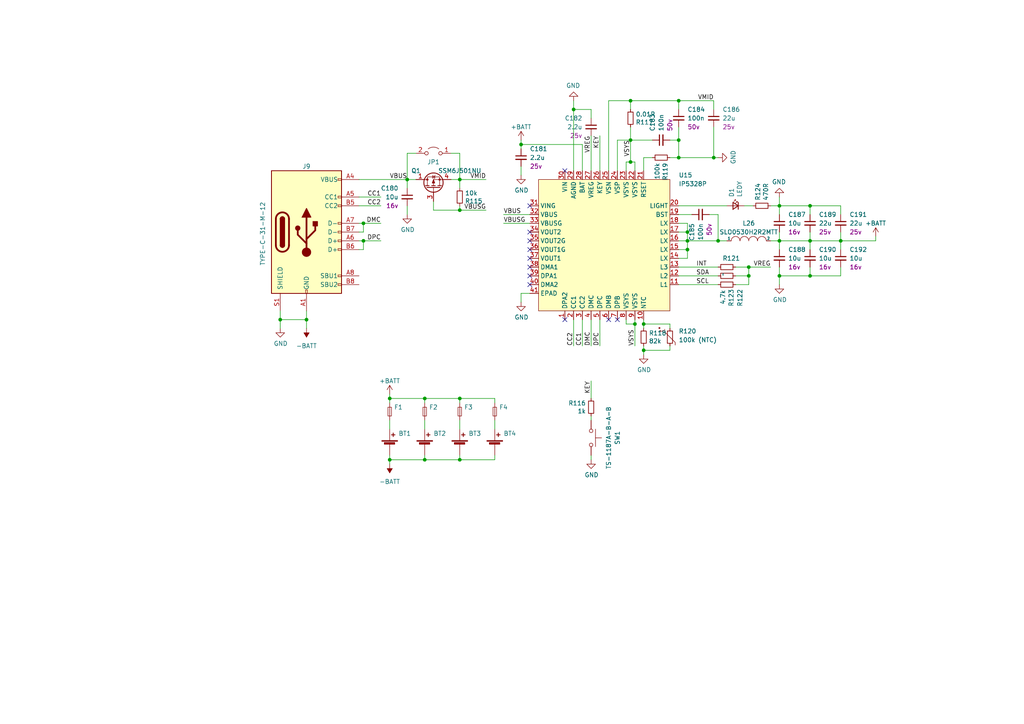
<source format=kicad_sch>
(kicad_sch (version 20211123) (generator eeschema)
  (paper "A4")
  (lib_symbols
    (symbol "Connector:USB_C_Receptacle_USB2.0" (pin_names (offset 1.016))
      (property "Reference" "J" (at -10.16 19.05 0))
      (property "Value" "USB_C_Receptacle_USB2.0" (at 19.05 19.05 0))
      (symbol "USB_C_Receptacle_USB2.0_0_0"
        (rectangle (start -0.254 -17.78) (end 0.254 -16.764))
        (rectangle (start 10.16 -14.986) (end 9.144 -15.494))
        (rectangle (start 10.16 -12.446) (end 9.144 -12.954))
        (rectangle (start 10.16 -4.826) (end 9.144 -5.334))
        (rectangle (start 10.16 -2.286) (end 9.144 -2.794))
        (rectangle (start 10.16 0.254) (end 9.144 -0.254))
        (rectangle (start 10.16 2.794) (end 9.144 2.286))
        (rectangle (start 10.16 7.874) (end 9.144 7.366))
        (rectangle (start 10.16 10.414) (end 9.144 9.906))
        (rectangle (start 10.16 15.494) (end 9.144 14.986))
      )
      (symbol "USB_C_Receptacle_USB2.0_0_1"
        (rectangle (start -10.16 17.78) (end 10.16 -17.78) (stroke (width 0.254)) (fill (type background)))
        (arc (start -8.89 -3.81) (mid -6.985 -5.715) (end -5.08 -3.81) (stroke (width 0.508)))
        (arc (start -7.62 -3.81) (mid -6.985 -4.445) (end -6.35 -3.81) (stroke (width 0.254)))
        (arc (start -7.62 -3.81) (mid -6.985 -4.445) (end -6.35 -3.81) (stroke (width 0.254)) (fill (type outline)))
        (rectangle (start -7.62 -3.81) (end -6.35 3.81) (stroke (width 0.254)) (fill (type outline)))
        (arc (start -6.35 3.81) (mid -6.985 4.445) (end -7.62 3.81) (stroke (width 0.254)))
        (arc (start -6.35 3.81) (mid -6.985 4.445) (end -7.62 3.81) (stroke (width 0.254)) (fill (type outline)))
        (arc (start -5.08 3.81) (mid -6.985 5.715) (end -8.89 3.81) (stroke (width 0.508)))
        (circle (center -2.54 1.143) (radius 0.635) (stroke (width 0.254)) (fill (type outline)))
        (circle (center 0 -5.842) (radius 1.27) (fill (type outline)))
        (polyline (pts (xy -8.89 -3.81) (xy -8.89 3.81)) (stroke (width 0.508)))
        (polyline (pts (xy -5.08 3.81) (xy -5.08 -3.81)) (stroke (width 0.508)))
        (polyline (pts (xy 0 -5.842) (xy 0 4.318)) (stroke (width 0.508)))
        (polyline (pts (xy 0 -3.302) (xy -2.54 -0.762) (xy -2.54 0.508)) (stroke (width 0.508)))
        (polyline (pts (xy 0 -2.032) (xy 2.54 0.508) (xy 2.54 1.778)) (stroke (width 0.508)))
        (polyline (pts (xy -1.27 4.318) (xy 0 6.858) (xy 1.27 4.318) (xy -1.27 4.318)) (stroke (width 0.254)) (fill (type outline)))
        (rectangle (start 1.905 1.778) (end 3.175 3.048) (stroke (width 0.254)) (fill (type outline)))
      )
      (symbol "USB_C_Receptacle_USB2.0_1_1"
        (pin passive line (at 0 -22.86 90) (length 5.08) (name "GND") (number "A1"))
        (pin passive line (at 0 -22.86 90) (length 5.08) hide (name "GND") (number "A12"))
        (pin passive line (at 15.24 15.24 180) (length 5.08) (name "VBUS") (number "A4"))
        (pin bidirectional line (at 15.24 10.16 180) (length 5.08) (name "CC1") (number "A5"))
        (pin bidirectional line (at 15.24 -2.54 180) (length 5.08) (name "D+") (number "A6"))
        (pin bidirectional line (at 15.24 2.54 180) (length 5.08) (name "D-") (number "A7"))
        (pin bidirectional line (at 15.24 -12.7 180) (length 5.08) (name "SBU1") (number "A8"))
        (pin passive line (at 15.24 15.24 180) (length 5.08) hide (name "VBUS") (number "A9"))
        (pin passive line (at 0 -22.86 90) (length 5.08) hide (name "GND") (number "B1"))
        (pin passive line (at 0 -22.86 90) (length 5.08) hide (name "GND") (number "B12"))
        (pin passive line (at 15.24 15.24 180) (length 5.08) hide (name "VBUS") (number "B4"))
        (pin bidirectional line (at 15.24 7.62 180) (length 5.08) (name "CC2") (number "B5"))
        (pin bidirectional line (at 15.24 -5.08 180) (length 5.08) (name "D+") (number "B6"))
        (pin bidirectional line (at 15.24 0 180) (length 5.08) (name "D-") (number "B7"))
        (pin bidirectional line (at 15.24 -15.24 180) (length 5.08) (name "SBU2") (number "B8"))
        (pin passive line (at 15.24 15.24 180) (length 5.08) hide (name "VBUS") (number "B9"))
        (pin passive line (at -7.62 -22.86 90) (length 5.08) (name "SHIELD") (number "S1"))
      )
    )
    (symbol "Device:Battery_Cell" (pin_numbers hide) (pin_names (offset 0) hide)
      (property "Reference" "BT" (at 2.54 2.54 0))
      (property "Value" "Battery_Cell" (at 2.54 0 0))
      (symbol "Battery_Cell_0_1"
        (rectangle (start -2.286 1.778) (end 2.286 1.524) (fill (type outline)))
        (rectangle (start -1.5748 1.1938) (end 1.4732 0.6858) (fill (type outline)))
        (polyline (pts (xy 0 0.762) (xy 0 0)))
        (polyline (pts (xy 0 1.778) (xy 0 2.54)))
        (polyline (pts (xy 0.508 3.429) (xy 1.524 3.429)) (stroke (width 0.254)))
        (polyline (pts (xy 1.016 3.937) (xy 1.016 2.921)) (stroke (width 0.254)))
      )
      (symbol "Battery_Cell_1_1"
        (pin passive line (at 0 5.08 270) (length 2.54) (name "+") (number "1"))
        (pin passive line (at 0 -2.54 90) (length 2.54) (name "-") (number "2"))
      )
    )
    (symbol "Device:C_Small" (pin_numbers hide) (pin_names (offset 0.254) hide)
      (property "Reference" "C" (at 0.254 1.778 0))
      (property "Value" "C_Small" (at 0.254 -2.032 0))
      (symbol "C_Small_0_1"
        (polyline (pts (xy -1.524 -0.508) (xy 1.524 -0.508)) (stroke (width 0.3302)))
        (polyline (pts (xy -1.524 0.508) (xy 1.524 0.508)) (stroke (width 0.3048)))
      )
      (symbol "C_Small_1_1"
        (pin passive line (at 0 2.54 270) (length 2.032) (name "~") (number "1"))
        (pin passive line (at 0 -2.54 90) (length 2.032) (name "~") (number "2"))
      )
    )
    (symbol "Device:Fuse_Small" (pin_numbers hide) (pin_names (offset 0.254) hide)
      (property "Reference" "F" (at 0 -1.524 0))
      (property "Value" "Fuse_Small" (at 0 1.524 0))
      (symbol "Fuse_Small_0_1"
        (rectangle (start -1.27 0.508) (end 1.27 -0.508))
        (polyline (pts (xy -1.27 0) (xy 1.27 0)))
      )
      (symbol "Fuse_Small_1_1"
        (pin passive line (at -2.54 0 0) (length 1.27) (name "~") (number "1"))
        (pin passive line (at 2.54 0 180) (length 1.27) (name "~") (number "2"))
      )
    )
    (symbol "Device:LED_Small" (pin_numbers hide) (pin_names (offset 0.254) hide)
      (property "Reference" "D" (at -1.27 3.175 0))
      (property "Value" "LED_Small" (at -4.445 -2.54 0))
      (symbol "LED_Small_0_1"
        (polyline (pts (xy -0.762 -1.016) (xy -0.762 1.016)) (stroke (width 0.254)))
        (polyline (pts (xy 1.016 0) (xy -0.762 0)))
        (polyline (pts (xy 0.762 -1.016) (xy -0.762 0) (xy 0.762 1.016) (xy 0.762 -1.016)) (stroke (width 0.254)))
        (polyline (pts (xy 0 0.762) (xy -0.508 1.27) (xy -0.254 1.27) (xy -0.508 1.27) (xy -0.508 1.016)))
        (polyline (pts (xy 0.508 1.27) (xy 0 1.778) (xy 0.254 1.778) (xy 0 1.778) (xy 0 1.524)))
      )
      (symbol "LED_Small_1_1"
        (pin passive line (at -2.54 0 0) (length 1.778) (name "K") (number "1"))
        (pin passive line (at 2.54 0 180) (length 1.778) (name "A") (number "2"))
      )
    )
    (symbol "Device:R_Small" (pin_numbers hide) (pin_names (offset 0.254) hide)
      (property "Reference" "R" (at 0.762 0.508 0))
      (property "Value" "R_Small" (at 0.762 -1.016 0))
      (symbol "R_Small_0_1"
        (rectangle (start -0.762 1.778) (end 0.762 -1.778) (stroke (width 0.2032)))
      )
      (symbol "R_Small_1_1"
        (pin passive line (at 0 2.54 270) (length 0.762) (name "~") (number "1"))
        (pin passive line (at 0 -2.54 90) (length 0.762) (name "~") (number "2"))
      )
    )
    (symbol "Jumper:Jumper_2_Open" (pin_names (offset 0) hide)
      (property "Reference" "JP" (at 0 2.794 0))
      (property "Value" "Jumper_2_Open" (at 0 -2.286 0))
      (symbol "Jumper_2_Open_0_0"
        (circle (center -2.032 0) (radius 0.508))
        (circle (center 2.032 0) (radius 0.508))
      )
      (symbol "Jumper_2_Open_0_1"
        (arc (start 1.524 1.27) (mid 0 1.778) (end -1.524 1.27))
      )
      (symbol "Jumper_2_Open_1_1"
        (pin passive line (at -5.08 0 0) (length 2.54) (name "A") (number "1"))
        (pin passive line (at 5.08 0 180) (length 2.54) (name "B") (number "2"))
      )
    )
    (symbol "MAS_IC_PowerSupply:IP5328P"
      (property "Reference" "U" (at 13.97 22.86 0))
      (property "Value" "IP5328P" (at 13.97 20.32 0))
      (symbol "IP5328P_0_0"
        (pin input line (at 11.43 -21.59 90) (length 2.54) (name "NTC") (number "10"))
        (pin bidirectional line (at -8.89 -21.59 90) (length 2.54) (name "CC1") (number "2"))
        (pin bidirectional line (at -6.35 -21.59 90) (length 2.54) (name "CC2") (number "3"))
        (pin power_out line (at -21.59 8.89 0) (length 2.54) (name "VBUS") (number "32"))
        (pin output line (at -21.59 6.35 0) (length 2.54) (name "VBUSG") (number "33"))
        (pin power_out line (at -21.59 3.81 0) (length 2.54) (name "VOUT2") (number "34"))
        (pin output line (at -21.59 1.27 0) (length 2.54) (name "VOUT2G") (number "35"))
        (pin output line (at -21.59 -1.27 0) (length 2.54) (name "VOUT1G") (number "36"))
        (pin power_out line (at -21.59 -3.81 0) (length 2.54) (name "VOUT1") (number "37"))
        (pin bidirectional line (at -21.59 -6.35 0) (length 2.54) (name "DMA1") (number "38"))
        (pin bidirectional line (at -21.59 -8.89 0) (length 2.54) (name "DPA1") (number "39"))
        (pin bidirectional line (at -3.81 -21.59 90) (length 2.54) (name "DMC") (number "4"))
        (pin bidirectional line (at -21.59 -11.43 0) (length 2.54) (name "DMA2") (number "40"))
        (pin bidirectional line (at -1.27 -21.59 90) (length 2.54) (name "DPC") (number "5"))
        (pin bidirectional line (at 1.27 -21.59 90) (length 2.54) (name "DMB") (number "6"))
        (pin bidirectional line (at 3.81 -21.59 90) (length 2.54) (name "DPB") (number "7"))
        (pin power_out line (at 6.35 -21.59 90) (length 2.54) (name "VSYS") (number "8"))
        (pin power_out line (at 8.89 -21.59 90) (length 2.54) (name "VSYS") (number "9"))
      )
      (symbol "IP5328P_0_1"
        (rectangle (start -19.05 19.05) (end 19.05 -19.05) (stroke (width 0.1524)) (fill (type background)))
      )
      (symbol "IP5328P_1_1"
        (pin bidirectional line (at -11.43 -21.59 90) (length 2.54) (name "DPA2") (number "1"))
        (pin bidirectional line (at 21.59 -11.43 180) (length 2.54) (name "L1") (number "11"))
        (pin bidirectional line (at 21.59 -8.89 180) (length 2.54) (name "L2") (number "12"))
        (pin bidirectional line (at 21.59 -6.35 180) (length 2.54) (name "L3") (number "13"))
        (pin bidirectional line (at 21.59 -3.81 180) (length 2.54) (name "LX") (number "14"))
        (pin bidirectional line (at 21.59 -1.27 180) (length 2.54) (name "LX") (number "15"))
        (pin bidirectional line (at 21.59 1.27 180) (length 2.54) (name "LX") (number "16"))
        (pin bidirectional line (at 21.59 3.81 180) (length 2.54) (name "LX") (number "17"))
        (pin bidirectional line (at 21.59 6.35 180) (length 2.54) (name "LX") (number "18"))
        (pin input line (at 21.59 8.89 180) (length 2.54) (name "BST") (number "19"))
        (pin output line (at 21.59 11.43 180) (length 2.54) (name "LIGHT") (number "20"))
        (pin input line (at 11.43 21.59 270) (length 2.54) (name "RSET") (number "21"))
        (pin power_out line (at 8.89 21.59 270) (length 2.54) (name "VSYS") (number "22"))
        (pin power_out line (at 6.35 21.59 270) (length 2.54) (name "VSYS") (number "23"))
        (pin input line (at 3.81 21.59 270) (length 2.54) (name "VSP") (number "24"))
        (pin input line (at 1.27 21.59 270) (length 2.54) (name "VSN") (number "25"))
        (pin input line (at -1.27 21.59 270) (length 2.54) (name "KEY") (number "26"))
        (pin output line (at -3.81 21.59 270) (length 2.54) (name "VREG") (number "27"))
        (pin bidirectional line (at -6.35 21.59 270) (length 2.54) (name "BAT") (number "28"))
        (pin power_in line (at -8.89 21.59 270) (length 2.54) (name "AGND") (number "29"))
        (pin power_in line (at -11.43 21.59 270) (length 2.54) (name "VIN") (number "30"))
        (pin output line (at -21.59 11.43 0) (length 2.54) (name "VING") (number "31"))
        (pin power_in line (at -21.59 -13.97 0) (length 2.54) (name "EPAD") (number "41"))
      )
    )
    (symbol "MAS_Resistors:Thermistor_NTC" (pin_numbers hide) (pin_names (offset 1.016))
      (property "Reference" "R" (at -2.54 0 90))
      (property "Value" "Thermistor_NTC" (at 3.81 0 90))
      (symbol "Thermistor_NTC_0_0"
        (text "t°" (at -2.54 2.286 900) (effects (font (size 1.27 1.27))))
      )
      (symbol "Thermistor_NTC_0_1"
        (rectangle (start 0.762 -1.778) (end -0.762 1.778) (stroke (width 0.2032)))
      )
      (symbol "Thermistor_NTC_1_1"
        (polyline (pts (xy -1.524 2.286) (xy -1.524 1.524) (xy 1.524 -1.524) (xy 1.524 -2.286)))
        (pin passive line (at 0 2.54 270) (length 0.762) (name "~") (number "1"))
        (pin passive line (at 0 -2.54 90) (length 0.762) (name "~") (number "2"))
      )
    )
    (symbol "MAS_Transistors:SSM6J501NU" (pin_names hide)
      (property "Reference" "Q" (at 2.54 0 0))
      (property "Value" "SSM6J501NU" (at 2.54 -2.54 0))
      (symbol "SSM6J501NU_1_1"
        (circle (center -0.889 0) (radius 2.794) (stroke (width 0.254)))
        (circle (center 0 -1.778) (radius 0.254) (fill (type outline)))
        (polyline (pts (xy -2.286 0) (xy -3.81 0)))
        (polyline (pts (xy -2.286 1.905) (xy -2.286 -1.905)) (stroke (width 0.254)))
        (polyline (pts (xy -1.778 -1.27) (xy -1.778 -2.286)) (stroke (width 0.254)))
        (polyline (pts (xy -1.778 0.508) (xy -1.778 -0.508)) (stroke (width 0.254)))
        (polyline (pts (xy -1.778 2.286) (xy -1.778 1.27)) (stroke (width 0.254)))
        (polyline (pts (xy 0 2.54) (xy 0 1.778)))
        (polyline (pts (xy 0 -2.54) (xy 0 0) (xy -1.778 0)))
        (polyline (pts (xy -1.778 -1.778) (xy 0.762 -1.778) (xy 0.762 1.778) (xy -1.778 1.778)))
        (polyline (pts (xy 0 0) (xy -1.016 -0.381) (xy -1.016 0.381) (xy 0 0)) (fill (type outline)))
        (polyline (pts (xy 0.762 -0.381) (xy 1.143 0.254) (xy 0.381 0.254) (xy 0.762 -0.381)))
        (polyline (pts (xy 1.27 -0.508) (xy 1.143 -0.381) (xy 0.381 -0.381) (xy 0.254 -0.254)))
        (circle (center 0 1.778) (radius 0.254) (fill (type outline)))
        (pin passive line (at 0 5.08 270) (length 2.54) (name "D1") (number "1"))
        (pin passive line (at 0 5.08 270) (length 2.54) hide (name "D1") (number "2"))
        (pin input line (at -6.35 0 0) (length 2.54) (name "G1") (number "3"))
        (pin passive line (at 0 -5.08 90) (length 2.54) (name "S1") (number "4"))
        (pin passive line (at 0 5.08 270) (length 2.54) hide (name "D1") (number "5"))
        (pin passive line (at 0 5.08 270) (length 2.54) hide (name "D1") (number "6"))
        (pin passive line (at 0 -5.08 90) (length 2.54) hide (name "S1") (number "7"))
        (pin passive line (at 0 5.08 270) (length 2.54) hide (name "D1") (number "8"))
      )
    )
    (symbol "Switch:SW_Push" (pin_numbers hide) (pin_names (offset 1.016) hide)
      (property "Reference" "SW" (at 1.27 2.54 0))
      (property "Value" "SW_Push" (at 0 -1.524 0))
      (symbol "SW_Push_0_1"
        (circle (center -2.032 0) (radius 0.508))
        (polyline (pts (xy 0 1.27) (xy 0 3.048)))
        (polyline (pts (xy 2.54 1.27) (xy -2.54 1.27)))
        (circle (center 2.032 0) (radius 0.508))
        (pin passive line (at -5.08 0 0) (length 2.54) (name "1") (number "1"))
        (pin passive line (at 5.08 0 180) (length 2.54) (name "2") (number "2"))
      )
    )
    (symbol "power:+BATT" (power) (pin_names (offset 0))
      (property "Value" "+BATT" (at 0 3.556 0))
      (symbol "+BATT_0_1"
        (polyline (pts (xy -0.762 1.27) (xy 0 2.54)))
        (polyline (pts (xy 0 0) (xy 0 2.54)))
        (polyline (pts (xy 0 2.54) (xy 0.762 1.27)))
      )
      (symbol "+BATT_1_1"
        (pin power_in line (at 0 0 90) (length 0) hide (name "+BATT") (number "1"))
      )
    )
    (symbol "power:-BATT" (power) (pin_names (offset 0))
      (property "Value" "-BATT" (at 0 3.556 0))
      (symbol "-BATT_0_1"
        (polyline (pts (xy 0 0) (xy 0 2.54)))
        (polyline (pts (xy 0.762 1.27) (xy -0.762 1.27) (xy 0 2.54) (xy 0.762 1.27)) (fill (type outline)))
      )
      (symbol "-BATT_1_1"
        (pin power_in line (at 0 0 90) (length 0) hide (name "-BATT") (number "1"))
      )
    )
    (symbol "power:GND" (power) (pin_names (offset 0))
      (property "Value" "GND" (at 0 -3.81 0))
      (symbol "GND_0_1"
        (polyline (pts (xy 0 0) (xy 0 -1.27) (xy 1.27 -1.27) (xy 0 -2.54) (xy -1.27 -1.27) (xy 0 -1.27)))
      )
      (symbol "GND_1_1"
        (pin power_in line (at 0 0 270) (length 0) hide (name "GND") (number "1"))
      )
    )
    (symbol "pspice:INDUCTOR" (pin_numbers hide) (pin_names (offset 0))
      (property "Reference" "L" (at 0 2.54 0))
      (property "Value" "INDUCTOR" (at 0 -1.27 0))
      (symbol "INDUCTOR_0_1"
        (arc (start -2.54 0) (mid -3.81 1.27) (end -5.08 0))
        (arc (start 0 0) (mid -1.27 1.27) (end -2.54 0))
        (arc (start 2.54 0) (mid 1.27 1.27) (end 0 0))
        (arc (start 5.08 0) (mid 3.81 1.27) (end 2.54 0))
      )
      (symbol "INDUCTOR_1_1"
        (pin input line (at -6.35 0 0) (length 1.27) (name "1") (number "1"))
        (pin input line (at 6.35 0 180) (length 1.27) (name "2") (number "2"))
      )
    )
  )
  (junction (at 196.85 40.64))
  (junction (at 226.06 59.69))
  (junction (at 151.13 41.91))
  (junction (at 217.17 77.47))
  (junction (at 234.95 69.85))
  (junction (at 105.41 64.77))
  (junction (at 113.03 115.57))
  (junction (at 123.19 115.57))
  (junction (at 243.84 69.85))
  (junction (at 196.85 45.72))
  (junction (at 113.03 133.35))
  (junction (at 118.11 52.07))
  (junction (at 186.69 101.6))
  (junction (at 182.88 46.99))
  (junction (at 133.35 60.96))
  (junction (at 208.28 69.85))
  (junction (at 81.28 92.71))
  (junction (at 234.95 80.01))
  (junction (at 182.88 29.21))
  (junction (at 88.9 92.71))
  (junction (at 182.88 40.64))
  (junction (at 196.85 29.21))
  (junction (at 166.37 31.75))
  (junction (at 226.06 69.85))
  (junction (at 105.41 69.85))
  (junction (at 133.35 52.07))
  (junction (at 133.35 133.35))
  (junction (at 186.69 93.98))
  (junction (at 207.01 45.72))
  (junction (at 199.39 72.39))
  (junction (at 184.15 93.98))
  (junction (at 199.39 67.31))
  (junction (at 234.95 59.69))
  (junction (at 123.19 133.35))
  (junction (at 226.06 80.01))
  (junction (at 133.35 115.57))
  (junction (at 199.39 69.85))
  (junction (at 217.17 80.01))
  (no_connect (at 153.67 80.01))
  (no_connect (at 153.67 77.47))
  (no_connect (at 176.53 92.71))
  (no_connect (at 153.67 74.93))
  (no_connect (at 153.67 69.85))
  (no_connect (at 153.67 67.31))
  (no_connect (at 153.67 59.69))
  (no_connect (at 163.83 49.53))
  (no_connect (at 153.67 72.39))
  (no_connect (at 179.07 92.71))
  (no_connect (at 163.83 92.71))
  (no_connect (at 153.67 82.55))
  (wire (pts (xy 226.06 59.69) (xy 226.06 62.23)))
  (wire (pts (xy 234.95 69.85) (xy 243.84 69.85)))
  (wire (pts (xy 226.06 80.01) (xy 226.06 77.47)))
  (wire (pts (xy 105.41 69.85) (xy 110.49 69.85)))
  (wire (pts (xy 104.14 52.07) (xy 118.11 52.07)))
  (wire (pts (xy 133.35 44.45) (xy 130.81 44.45)))
  (wire (pts (xy 123.19 116.84) (xy 123.19 115.57)))
  (wire (pts (xy 133.35 133.35) (xy 123.19 133.35)))
  (wire (pts (xy 226.06 69.85) (xy 234.95 69.85)))
  (wire (pts (xy 207.01 36.83) (xy 207.01 45.72)))
  (wire (pts (xy 151.13 41.91) (xy 151.13 43.18)))
  (wire (pts (xy 104.14 64.77) (xy 105.41 64.77)))
  (wire (pts (xy 173.99 92.71) (xy 173.99 100.33)))
  (wire (pts (xy 184.15 92.71) (xy 184.15 93.98)))
  (wire (pts (xy 166.37 29.21) (xy 166.37 31.75)))
  (wire (pts (xy 88.9 92.71) (xy 81.28 92.71)))
  (wire (pts (xy 113.03 114.3) (xy 113.03 115.57)))
  (wire (pts (xy 181.61 93.98) (xy 181.61 92.71)))
  (wire (pts (xy 181.61 46.99) (xy 181.61 49.53)))
  (wire (pts (xy 143.51 121.92) (xy 143.51 124.46)))
  (wire (pts (xy 207.01 29.21) (xy 207.01 31.75)))
  (wire (pts (xy 113.03 132.08) (xy 113.03 133.35)))
  (wire (pts (xy 196.85 77.47) (xy 208.28 77.47)))
  (wire (pts (xy 133.35 132.08) (xy 133.35 133.35)))
  (wire (pts (xy 182.88 46.99) (xy 181.61 46.99)))
  (wire (pts (xy 213.36 77.47) (xy 217.17 77.47)))
  (wire (pts (xy 196.85 59.69) (xy 210.82 59.69)))
  (wire (pts (xy 186.69 93.98) (xy 186.69 92.71)))
  (wire (pts (xy 133.35 116.84) (xy 133.35 115.57)))
  (wire (pts (xy 184.15 93.98) (xy 184.15 100.33)))
  (wire (pts (xy 184.15 49.53) (xy 184.15 46.99)))
  (wire (pts (xy 234.95 69.85) (xy 234.95 72.39)))
  (wire (pts (xy 243.84 59.69) (xy 243.84 62.23)))
  (wire (pts (xy 143.51 133.35) (xy 133.35 133.35)))
  (wire (pts (xy 123.19 115.57) (xy 113.03 115.57)))
  (wire (pts (xy 171.45 39.37) (xy 171.45 49.53)))
  (wire (pts (xy 217.17 80.01) (xy 217.17 82.55)))
  (wire (pts (xy 133.35 52.07) (xy 130.81 52.07)))
  (wire (pts (xy 146.05 62.23) (xy 153.67 62.23)))
  (wire (pts (xy 213.36 80.01) (xy 217.17 80.01)))
  (wire (pts (xy 199.39 72.39) (xy 199.39 69.85)))
  (wire (pts (xy 194.31 101.6) (xy 186.69 101.6)))
  (wire (pts (xy 243.84 59.69) (xy 234.95 59.69)))
  (wire (pts (xy 186.69 45.72) (xy 189.23 45.72)))
  (wire (pts (xy 254 68.58) (xy 254 69.85)))
  (wire (pts (xy 123.19 121.92) (xy 123.19 124.46)))
  (wire (pts (xy 143.51 132.08) (xy 143.51 133.35)))
  (wire (pts (xy 113.03 133.35) (xy 113.03 134.62)))
  (wire (pts (xy 143.51 116.84) (xy 143.51 115.57)))
  (wire (pts (xy 143.51 115.57) (xy 133.35 115.57)))
  (wire (pts (xy 133.35 52.07) (xy 140.97 52.07)))
  (wire (pts (xy 176.53 29.21) (xy 182.88 29.21)))
  (wire (pts (xy 196.85 80.01) (xy 208.28 80.01)))
  (wire (pts (xy 182.88 36.83) (xy 182.88 40.64)))
  (wire (pts (xy 194.31 93.98) (xy 186.69 93.98)))
  (wire (pts (xy 168.91 92.71) (xy 168.91 100.33)))
  (wire (pts (xy 243.84 67.31) (xy 243.84 69.85)))
  (wire (pts (xy 88.9 90.17) (xy 88.9 92.71)))
  (wire (pts (xy 226.06 67.31) (xy 226.06 69.85)))
  (wire (pts (xy 113.03 121.92) (xy 113.03 124.46)))
  (wire (pts (xy 125.73 60.96) (xy 125.73 58.42)))
  (wire (pts (xy 81.28 92.71) (xy 81.28 95.25)))
  (wire (pts (xy 151.13 85.09) (xy 153.67 85.09)))
  (wire (pts (xy 196.85 82.55) (xy 208.28 82.55)))
  (wire (pts (xy 104.14 72.39) (xy 105.41 72.39)))
  (wire (pts (xy 223.52 69.85) (xy 226.06 69.85)))
  (wire (pts (xy 196.85 64.77) (xy 199.39 64.77)))
  (wire (pts (xy 168.91 41.91) (xy 151.13 41.91)))
  (wire (pts (xy 186.69 49.53) (xy 186.69 45.72)))
  (wire (pts (xy 234.95 80.01) (xy 243.84 80.01)))
  (wire (pts (xy 118.11 52.07) (xy 118.11 44.45)))
  (wire (pts (xy 182.88 40.64) (xy 182.88 46.99)))
  (wire (pts (xy 196.85 40.64) (xy 196.85 45.72)))
  (wire (pts (xy 110.49 57.15) (xy 104.14 57.15)))
  (wire (pts (xy 182.88 29.21) (xy 182.88 31.75)))
  (wire (pts (xy 226.06 69.85) (xy 226.06 72.39)))
  (wire (pts (xy 196.85 36.83) (xy 196.85 40.64)))
  (wire (pts (xy 226.06 80.01) (xy 226.06 82.55)))
  (wire (pts (xy 179.07 40.64) (xy 182.88 40.64)))
  (wire (pts (xy 186.69 101.6) (xy 186.69 102.87)))
  (wire (pts (xy 179.07 49.53) (xy 179.07 40.64)))
  (wire (pts (xy 184.15 46.99) (xy 182.88 46.99)))
  (wire (pts (xy 105.41 72.39) (xy 105.41 69.85)))
  (wire (pts (xy 105.41 64.77) (xy 110.49 64.77)))
  (wire (pts (xy 123.19 133.35) (xy 113.03 133.35)))
  (wire (pts (xy 234.95 80.01) (xy 234.95 77.47)))
  (wire (pts (xy 196.85 72.39) (xy 199.39 72.39)))
  (wire (pts (xy 199.39 69.85) (xy 208.28 69.85)))
  (wire (pts (xy 81.28 90.17) (xy 81.28 92.71)))
  (wire (pts (xy 194.31 100.33) (xy 194.31 101.6)))
  (wire (pts (xy 182.88 40.64) (xy 189.23 40.64)))
  (wire (pts (xy 151.13 40.64) (xy 151.13 41.91)))
  (wire (pts (xy 176.53 49.53) (xy 176.53 29.21)))
  (wire (pts (xy 199.39 74.93) (xy 199.39 72.39)))
  (wire (pts (xy 88.9 92.71) (xy 88.9 95.25)))
  (wire (pts (xy 217.17 77.47) (xy 217.17 80.01)))
  (wire (pts (xy 196.85 74.93) (xy 199.39 74.93)))
  (wire (pts (xy 105.41 67.31) (xy 105.41 64.77)))
  (wire (pts (xy 133.35 60.96) (xy 140.97 60.96)))
  (wire (pts (xy 168.91 41.91) (xy 168.91 49.53)))
  (wire (pts (xy 118.11 44.45) (xy 120.65 44.45)))
  (wire (pts (xy 194.31 45.72) (xy 196.85 45.72)))
  (wire (pts (xy 110.49 59.69) (xy 104.14 59.69)))
  (wire (pts (xy 171.45 31.75) (xy 171.45 34.29)))
  (wire (pts (xy 171.45 92.71) (xy 171.45 100.33)))
  (wire (pts (xy 234.95 59.69) (xy 234.95 62.23)))
  (wire (pts (xy 199.39 64.77) (xy 199.39 67.31)))
  (wire (pts (xy 199.39 67.31) (xy 196.85 67.31)))
  (wire (pts (xy 217.17 82.55) (xy 213.36 82.55)))
  (wire (pts (xy 171.45 132.08) (xy 171.45 133.35)))
  (wire (pts (xy 196.85 69.85) (xy 199.39 69.85)))
  (wire (pts (xy 182.88 29.21) (xy 196.85 29.21)))
  (wire (pts (xy 194.31 95.25) (xy 194.31 93.98)))
  (wire (pts (xy 133.35 44.45) (xy 133.35 52.07)))
  (wire (pts (xy 196.85 29.21) (xy 196.85 31.75)))
  (wire (pts (xy 208.28 69.85) (xy 210.82 69.85)))
  (wire (pts (xy 166.37 92.71) (xy 166.37 100.33)))
  (wire (pts (xy 207.01 45.72) (xy 208.28 45.72)))
  (wire (pts (xy 196.85 29.21) (xy 207.01 29.21)))
  (wire (pts (xy 133.35 59.69) (xy 133.35 60.96)))
  (wire (pts (xy 113.03 115.57) (xy 113.03 116.84)))
  (wire (pts (xy 133.35 54.61) (xy 133.35 52.07)))
  (wire (pts (xy 217.17 77.47) (xy 223.52 77.47)))
  (wire (pts (xy 186.69 93.98) (xy 186.69 95.25)))
  (wire (pts (xy 196.85 62.23) (xy 200.66 62.23)))
  (wire (pts (xy 166.37 31.75) (xy 171.45 31.75)))
  (wire (pts (xy 173.99 49.53) (xy 173.99 39.37)))
  (wire (pts (xy 205.74 62.23) (xy 208.28 62.23)))
  (wire (pts (xy 151.13 50.8) (xy 151.13 48.26)))
  (wire (pts (xy 199.39 67.31) (xy 199.39 69.85)))
  (wire (pts (xy 243.84 69.85) (xy 254 69.85)))
  (wire (pts (xy 194.31 40.64) (xy 196.85 40.64)))
  (wire (pts (xy 120.65 52.07) (xy 118.11 52.07)))
  (wire (pts (xy 133.35 60.96) (xy 125.73 60.96)))
  (wire (pts (xy 104.14 69.85) (xy 105.41 69.85)))
  (wire (pts (xy 171.45 110.49) (xy 171.45 115.57)))
  (wire (pts (xy 208.28 62.23) (xy 208.28 69.85)))
  (wire (pts (xy 243.84 80.01) (xy 243.84 77.47)))
  (wire (pts (xy 234.95 59.69) (xy 226.06 59.69)))
  (wire (pts (xy 181.61 93.98) (xy 184.15 93.98)))
  (wire (pts (xy 243.84 69.85) (xy 243.84 72.39)))
  (wire (pts (xy 104.14 67.31) (xy 105.41 67.31)))
  (wire (pts (xy 171.45 120.65) (xy 171.45 121.92)))
  (wire (pts (xy 118.11 59.69) (xy 118.11 62.23)))
  (wire (pts (xy 166.37 31.75) (xy 166.37 49.53)))
  (wire (pts (xy 226.06 59.69) (xy 226.06 57.15)))
  (wire (pts (xy 118.11 52.07) (xy 118.11 54.61)))
  (wire (pts (xy 153.67 64.77) (xy 146.05 64.77)))
  (wire (pts (xy 223.52 59.69) (xy 226.06 59.69)))
  (wire (pts (xy 226.06 80.01) (xy 234.95 80.01)))
  (wire (pts (xy 186.69 101.6) (xy 186.69 100.33)))
  (wire (pts (xy 218.44 59.69) (xy 215.9 59.69)))
  (wire (pts (xy 234.95 67.31) (xy 234.95 69.85)))
  (wire (pts (xy 133.35 121.92) (xy 133.35 124.46)))
  (wire (pts (xy 151.13 85.09) (xy 151.13 87.63)))
  (wire (pts (xy 123.19 132.08) (xy 123.19 133.35)))
  (wire (pts (xy 196.85 45.72) (xy 207.01 45.72)))
  (wire (pts (xy 133.35 115.57) (xy 123.19 115.57)))
  (label "KEY" (at 171.45 110.49 270))
  (label "CC1" (at 168.91 100.33 90))
  (label "VREG" (at 171.45 39.37 270))
  (label "VBUSG" (at 140.97 60.96 180))
  (label "VBUS" (at 146.05 62.23 0))
  (label "SDA" (at 201.93 80.01 0))
  (label "VBUS" (at 118.11 52.07 180))
  (label "VSYS" (at 184.15 100.33 90))
  (label "DMC" (at 171.45 100.33 90))
  (label "VMID" (at 207.01 29.21 180))
  (label "DPC" (at 173.99 100.33 90))
  (label "VREG" (at 223.52 77.47 180))
  (label "INT" (at 201.93 77.47 0))
  (label "VSYS" (at 182.88 40.64 270))
  (label "SCL" (at 201.93 82.55 0))
  (label "CC2" (at 110.49 59.69 180))
  (label "CC1" (at 110.49 57.15 180))
  (label "DMC" (at 110.49 64.77 180))
  (label "VMID" (at 140.97 52.07 180))
  (label "VBUSG" (at 146.05 64.77 0))
  (label "DPC" (at 110.49 69.85 180))
  (label "KEY" (at 173.99 39.37 270))
  (label "CC2" (at 166.37 100.33 90))
  (symbol (lib_id "Device:C_Small") (at 234.95 74.93 0) (unit 1)
    (property "Reference" "C190" (at 237.49 72.39 0) (effects (justify left)))
    (property "Value" "10u" (at 237.49 74.93 0) (effects (justify left)))
    (property "Footprint" "Capacitor_SMD:C_0805_2012Metric" (effects hide))
    (property "lcsc" "C95841" (effects hide))
    (property "Coefficient" "X7R" (effects hide))
    (property "Voltage" "16v" (at 237.49 77.47 0) (effects (justify left)))
  )
  (symbol (lib_id "power:GND") (at 81.28 95.25 0) (unit 1)
    (property "Reference" "#PWR0240" (effects hide))
    (property "Value" "GND" (at 81.407 99.6442 0))
  )
  (symbol (lib_id "pspice:INDUCTOR") (at 217.17 69.85 0) (unit 1)
    (property "Reference" "L26" (at 217.17 64.77 0))
    (property "Value" "SLO0530H2R2MTT" (at 217.17 67.31 0))
    (property "Footprint" "MAS_Package_std:Power_inductor_SMD_0530" (effects hide))
    (property "Datasheet" "https://datasheet.lcsc.com/lcsc/1811151233_Sunltech-Tech-SLO0530H6R8MTT_C325965.pdf" (effects hide))
    (property "lcsc" "C325962" (effects hide))
  )
  (symbol (lib_id "Device:R_Small") (at 182.88 34.29 0) (mirror y) (unit 1)
    (property "Reference" "R117" (at 184.3786 35.4584 0) (effects (justify right)))
    (property "Value" "0.01R" (at 184.3786 33.147 0) (effects (justify right)))
    (property "Footprint" "Resistor_SMD:R_1206_3216Metric" (effects hide))
    (property "lcsc" "C778444" (effects hide))
    (property "Coefficient" "1%" (effects hide))
  )
  (symbol (lib_id "power:+BATT") (at 151.13 40.64 0) (unit 1)
    (property "Reference" "#PWR0229" (effects hide))
    (property "Value" "+BATT" (at 151.13 36.83 0))
  )
  (symbol (lib_id "Jumper:Jumper_2_Open") (at 125.73 44.45 0) (mirror y) (unit 1)
    (property "Reference" "JP1" (at 125.73 46.99 0))
    (property "Value" "J_Boot" (effects hide))
    (property "Footprint" "Jumper:SolderJumper-2_P1.3mm_Open_Pad1.0x1.5mm" (effects hide))
  )
  (symbol (lib_id "Device:R_Small") (at 220.98 59.69 270) (unit 1)
    (property "Reference" "R124" (at 219.8116 58.1914 0) (effects (justify right)))
    (property "Value" "470R" (at 222.123 58.1914 0) (effects (justify right)))
    (property "Footprint" "Resistor_SMD:R_0805_2012Metric" (effects hide))
    (property "chipdip" "9000079478" (effects hide))
    (property "Coefficient" "5%" (effects hide))
    (property "lcsc" "C17710" (effects hide))
  )
  (symbol (lib_id "Device:C_Small") (at 243.84 74.93 0) (unit 1)
    (property "Reference" "C192" (at 246.38 72.39 0) (effects (justify left)))
    (property "Value" "10u" (at 246.38 74.93 0) (effects (justify left)))
    (property "Footprint" "Capacitor_SMD:C_0805_2012Metric" (effects hide))
    (property "lcsc" "C95841" (effects hide))
    (property "Coefficient" "X7R" (effects hide))
    (property "Voltage" "16v" (at 246.38 77.47 0) (effects (justify left)))
  )
  (symbol (lib_id "power:GND") (at 226.06 82.55 0) (unit 1)
    (property "Reference" "#PWR0227" (effects hide))
    (property "Value" "GND" (at 226.187 86.9442 0))
  )
  (symbol (lib_id "Device:Fuse_Small") (at 123.19 119.38 90) (unit 1)
    (property "Reference" "F2" (at 124.46 118.1099 90) (effects (justify right)))
    (property "Value" "0466001.NRHF" (effects hide))
    (property "Footprint" "MAS_Package_std:Fuse_1812_4532Metric" (effects hide))
    (property "Datasheet" "https://datasheet.lcsc.com/lcsc/1912111437_Littelfuse-0466001-NRHF_C151135.pdf" (effects hide))
    (property "lcsc" "C151135" (effects hide))
  )
  (symbol (lib_id "Device:R_Small") (at 133.35 57.15 0) (mirror y) (unit 1)
    (property "Reference" "R115" (at 134.8486 58.3184 0) (effects (justify right)))
    (property "Value" "10k" (at 134.8486 56.007 0) (effects (justify right)))
    (property "Footprint" "Resistor_SMD:R_0603_1608Metric" (effects hide))
    (property "lcsc" "C25804" (effects hide))
    (property "Coefficient" "1%" (effects hide))
  )
  (symbol (lib_id "Device:C_Small") (at 234.95 64.77 0) (unit 1)
    (property "Reference" "C189" (at 237.49 62.23 0) (effects (justify left)))
    (property "Value" "22u" (at 237.49 64.77 0) (effects (justify left)))
    (property "Footprint" "Capacitor_SMD:C_0805_2012Metric" (effects hide))
    (property "lcsc" "C45783" (effects hide))
    (property "Coefficient" "X5R" (effects hide))
    (property "Voltage" "25v" (at 237.49 67.31 0) (effects (justify left)))
  )
  (symbol (lib_id "Device:R_Small") (at 210.82 80.01 90) (unit 1)
    (property "Reference" "R122" (at 214.63 83.82 0) (effects (justify right)))
    (property "Value" "4.7k" (effects hide))
    (property "Footprint" "Resistor_SMD:R_0603_1608Metric" (effects hide))
    (property "lcsc" "C23162" (effects hide))
    (property "Coefficient" "1%" (effects hide))
  )
  (symbol (lib_id "Device:Battery_Cell") (at 143.51 129.54 0) (unit 1)
    (property "Reference" "BT4" (at 146.05 125.73 0) (effects (justify left)))
    (property "Value" "BH-18650-B1BA002" (effects hide))
    (property "Footprint" "MAS_Package_nostd:BatteryHolder_BH-18650-B1BA002" (effects hide))
    (property "Datasheet" "https://datasheet.lcsc.com/lcsc/2204021730_MYOUNG-BH-18650-B1BA002_C2988620.pdf" (effects hide))
    (property "lcsc" "C2988620" (effects hide))
  )
  (symbol (lib_id "MAS_IC_PowerSupply:IP5328P") (at 175.26 71.12 0) (unit 1)
    (property "Reference" "U15" (at 196.85 50.8 0) (effects (justify left)))
    (property "Value" "IP5328P" (at 196.85 53.34 0) (effects (justify left)))
    (property "Footprint" "Package_DFN_QFN:QFN-40-1EP_6x6mm_P0.5mm_EP4.6x4.6mm" (effects hide))
    (property "Datasheet" "http://www.injoinic.com/wwwroot/uploads/files/20200221/ec29931791194a51119ee1d6a4a21efb.pdf" (effects hide))
  )
  (symbol (lib_id "Device:LED_Small") (at 213.36 59.69 0) (mirror y) (unit 1)
    (property "Reference" "D1" (at 212.1916 57.2008 90) (effects (justify left)))
    (property "Value" "LEDY" (at 214.503 57.2008 90) (effects (justify left)))
    (property "Footprint" "Diode_SMD:D_0603_1608Metric" (effects hide))
    (property "lcsc" "C72038" (effects hide))
  )
  (symbol (lib_id "power:GND") (at 118.11 62.23 0) (unit 1)
    (property "Reference" "#PWR0238" (effects hide))
    (property "Value" "GND" (at 118.237 66.6242 0))
  )
  (symbol (lib_id "Device:C_Small") (at 207.01 34.29 0) (unit 1)
    (property "Reference" "C186" (at 209.55 31.75 0) (effects (justify left)))
    (property "Value" "22u" (at 209.55 34.29 0) (effects (justify left)))
    (property "Footprint" "Capacitor_SMD:C_0805_2012Metric" (effects hide))
    (property "lcsc" "C45783" (effects hide))
    (property "Coefficient" "X5R" (effects hide))
    (property "Voltage" "25v" (at 209.55 36.83 0) (effects (justify left)))
  )
  (symbol (lib_id "Switch:SW_Push") (at 171.45 127 270) (unit 1)
    (property "Reference" "SW1" (at 179.07 127 0))
    (property "Value" "TS-1187A-B-A-B" (at 176.53 127 0))
    (property "Footprint" "Button_Switch_SMD:SW_SPST_TL3342" (effects hide))
    (property "Datasheet" "https://datasheet.lcsc.com/lcsc/2002271431_XKB-Connectivity-TS-1187A-B-A-B_C318884.pdf" (effects hide))
    (property "lcsc" "C318884" (effects hide))
  )
  (symbol (lib_id "Device:Fuse_Small") (at 113.03 119.38 90) (unit 1)
    (property "Reference" "F1" (at 114.3 118.1099 90) (effects (justify right)))
    (property "Value" "0466001.NRHF" (effects hide))
    (property "Footprint" "MAS_Package_std:Fuse_1812_4532Metric" (effects hide))
    (property "Datasheet" "https://datasheet.lcsc.com/lcsc/1912111437_Littelfuse-0466001-NRHF_C151135.pdf" (effects hide))
    (property "lcsc" "C151135" (effects hide))
  )
  (symbol (lib_id "power:GND") (at 166.37 29.21 180) (unit 1)
    (property "Reference" "#PWR0230" (effects hide))
    (property "Value" "GND" (at 166.243 24.8158 0))
  )
  (symbol (lib_id "Device:C_Small") (at 191.77 40.64 90) (unit 1)
    (property "Reference" "C183" (at 189.23 38.1 0) (effects (justify left)))
    (property "Value" "100n" (at 191.77 38.1 0) (effects (justify left)))
    (property "Footprint" "Capacitor_SMD:C_0603_1608Metric" (effects hide))
    (property "lcsc" "C14663" (effects hide))
    (property "Coefficient" "X7R" (effects hide))
    (property "Voltage" "50v" (at 194.31 38.1 0) (effects (justify left)))
  )
  (symbol (lib_id "power:GND") (at 151.13 50.8 0) (unit 1)
    (property "Reference" "#PWR0234" (effects hide))
    (property "Value" "GND" (at 151.257 55.1942 0))
  )
  (symbol (lib_id "Device:Fuse_Small") (at 143.51 119.38 90) (unit 1)
    (property "Reference" "F4" (at 144.78 118.1099 90) (effects (justify right)))
    (property "Value" "0466001.NRHF" (effects hide))
    (property "Footprint" "MAS_Package_std:Fuse_1812_4532Metric" (effects hide))
    (property "Datasheet" "https://datasheet.lcsc.com/lcsc/1912111437_Littelfuse-0466001-NRHF_C151135.pdf" (effects hide))
    (property "lcsc" "C151135" (effects hide))
  )
  (symbol (lib_id "Device:C_Small") (at 203.2 62.23 90) (mirror x) (unit 1)
    (property "Reference" "C185" (at 200.66 64.77 0) (effects (justify left)))
    (property "Value" "100n" (at 203.2 64.77 0) (effects (justify left)))
    (property "Footprint" "Capacitor_SMD:C_0603_1608Metric" (effects hide))
    (property "lcsc" "C14663" (effects hide))
    (property "Coefficient" "X7R" (effects hide))
    (property "Voltage" "50v" (at 205.74 64.77 0) (effects (justify left)))
  )
  (symbol (lib_id "power:GND") (at 208.28 45.72 90) (unit 1)
    (property "Reference" "#PWR0232" (effects hide))
    (property "Value" "GND" (at 212.6742 45.593 0))
  )
  (symbol (lib_id "Device:C_Small") (at 226.06 74.93 0) (unit 1)
    (property "Reference" "C188" (at 228.6 72.39 0) (effects (justify left)))
    (property "Value" "10u" (at 228.6 74.93 0) (effects (justify left)))
    (property "Footprint" "Capacitor_SMD:C_0805_2012Metric" (effects hide))
    (property "lcsc" "C95841" (effects hide))
    (property "Coefficient" "X7R" (effects hide))
    (property "Voltage" "16v" (at 228.6 77.47 0) (effects (justify left)))
  )
  (symbol (lib_id "power:-BATT") (at 88.9 95.25 0) (mirror x) (unit 1)
    (property "Reference" "#PWR0239" (effects hide))
    (property "Value" "-BATT" (at 88.9 100.33 0))
  )
  (symbol (lib_id "Device:C_Small") (at 226.06 64.77 0) (unit 1)
    (property "Reference" "C187" (at 228.6 62.23 0) (effects (justify left)))
    (property "Value" "10u" (at 228.6 64.77 0) (effects (justify left)))
    (property "Footprint" "Capacitor_SMD:C_0805_2012Metric" (effects hide))
    (property "lcsc" "C95841" (effects hide))
    (property "Coefficient" "X7R" (effects hide))
    (property "Voltage" "16v" (at 228.6 67.31 0) (effects (justify left)))
  )
  (symbol (lib_id "Device:R_Small") (at 186.69 97.79 180) (unit 1)
    (property "Reference" "R118" (at 188.1886 96.6216 0) (effects (justify right)))
    (property "Value" "82k" (at 188.1886 98.933 0) (effects (justify right)))
    (property "Footprint" "Resistor_SMD:R_0603_1608Metric" (effects hide))
    (property "lcsc" "C23254" (effects hide))
    (property "Coefficient" "1%" (effects hide))
  )
  (symbol (lib_id "Device:C_Small") (at 196.85 34.29 0) (unit 1)
    (property "Reference" "C184" (at 199.39 31.75 0) (effects (justify left)))
    (property "Value" "100n" (at 199.39 34.29 0) (effects (justify left)))
    (property "Footprint" "Capacitor_SMD:C_0603_1608Metric" (effects hide))
    (property "lcsc" "C14663" (effects hide))
    (property "Coefficient" "X7R" (effects hide))
    (property "Voltage" "50v" (at 199.39 36.83 0) (effects (justify left)))
  )
  (symbol (lib_id "Device:R_Small") (at 171.45 118.11 0) (mirror x) (unit 1)
    (property "Reference" "R116" (at 169.9514 116.9416 0) (effects (justify right)))
    (property "Value" "1k" (at 169.9514 119.253 0) (effects (justify right)))
    (property "Footprint" "Resistor_SMD:R_0603_1608Metric" (effects hide))
    (property "lcsc" "C21190" (effects hide))
    (property "Coefficient" "1%" (effects hide))
  )
  (symbol (lib_id "power:+BATT") (at 113.03 114.3 0) (unit 1)
    (property "Reference" "#PWR0236" (effects hide))
    (property "Value" "+BATT" (at 113.03 110.49 0))
  )
  (symbol (lib_id "Device:Battery_Cell") (at 133.35 129.54 0) (unit 1)
    (property "Reference" "BT3" (at 135.89 125.73 0) (effects (justify left)))
    (property "Value" "BH-18650-B1BA002" (effects hide))
    (property "Footprint" "MAS_Package_nostd:BatteryHolder_BH-18650-B1BA002" (effects hide))
    (property "Datasheet" "https://datasheet.lcsc.com/lcsc/2204021730_MYOUNG-BH-18650-B1BA002_C2988620.pdf" (effects hide))
    (property "lcsc" "C2988620" (effects hide))
  )
  (symbol (lib_id "Device:R_Small") (at 210.82 82.55 90) (unit 1)
    (property "Reference" "R123" (at 212.09 83.82 0) (effects (justify right)))
    (property "Value" "4.7k" (at 209.677 84.0486 0) (effects (justify right)))
    (property "Footprint" "Resistor_SMD:R_0603_1608Metric" (effects hide))
    (property "lcsc" "C23162" (effects hide))
    (property "Coefficient" "1%" (effects hide))
  )
  (symbol (lib_id "Device:C_Small") (at 151.13 45.72 0) (unit 1)
    (property "Reference" "C181" (at 153.67 43.18 0) (effects (justify left)))
    (property "Value" "2.2u" (at 153.67 45.72 0) (effects (justify left)))
    (property "Footprint" "Capacitor_SMD:C_0805_2012Metric" (effects hide))
    (property "lcsc" "C19110" (effects hide))
    (property "Coefficient" "X7R" (effects hide))
    (property "Voltage" "25v" (at 153.67 48.26 0) (effects (justify left)))
  )
  (symbol (lib_id "Device:R_Small") (at 191.77 45.72 90) (unit 1)
    (property "Reference" "R119" (at 192.9384 47.2186 0) (effects (justify right)))
    (property "Value" "100k" (at 190.627 47.2186 0) (effects (justify right)))
    (property "Footprint" "Resistor_SMD:R_0603_1608Metric" (effects hide))
    (property "lcsc" "C25803" (effects hide))
    (property "Coefficient" "1%" (effects hide))
  )
  (symbol (lib_id "power:GND") (at 151.13 87.63 0) (unit 1)
    (property "Reference" "#PWR0233" (effects hide))
    (property "Value" "GND" (at 151.257 92.0242 0))
  )
  (symbol (lib_id "Device:Battery_Cell") (at 123.19 129.54 0) (unit 1)
    (property "Reference" "BT2" (at 125.73 125.73 0) (effects (justify left)))
    (property "Value" "BH-18650-B1BA002" (effects hide))
    (property "Footprint" "MAS_Package_nostd:BatteryHolder_BH-18650-B1BA002" (effects hide))
    (property "Datasheet" "https://datasheet.lcsc.com/lcsc/2204021730_MYOUNG-BH-18650-B1BA002_C2988620.pdf" (effects hide))
    (property "lcsc" "C2988620" (effects hide))
  )
  (symbol (lib_id "Device:Battery_Cell") (at 113.03 129.54 0) (unit 1)
    (property "Reference" "BT1" (at 115.57 125.73 0) (effects (justify left)))
    (property "Value" "BH-18650-B1BA002" (effects hide))
    (property "Footprint" "MAS_Package_nostd:BatteryHolder_BH-18650-B1BA002" (effects hide))
    (property "Datasheet" "https://datasheet.lcsc.com/lcsc/2204021730_MYOUNG-BH-18650-B1BA002_C2988620.pdf" (effects hide))
    (property "lcsc" "C2988620" (effects hide))
  )
  (symbol (lib_id "power:GND") (at 226.06 57.15 180) (unit 1)
    (property "Reference" "#PWR0231" (effects hide))
    (property "Value" "GND" (at 225.933 52.7558 0))
  )
  (symbol (lib_id "MAS_Resistors:Thermistor_NTC") (at 194.31 97.79 0) (unit 1)
    (property "Reference" "R120" (at 196.85 96.0568 0) (effects (justify left)))
    (property "Value" "100k (NTC)" (at 196.85 98.5968 0) (effects (justify left)))
    (property "Footprint" "Resistor_SMD:R_0805_2012Metric" (effects hide))
    (property "lcsc" "C95970" (effects hide))
    (property "Coefficient" "4250" (effects hide))
  )
  (symbol (lib_id "power:GND") (at 186.69 102.87 0) (unit 1)
    (property "Reference" "#PWR0228" (effects hide))
    (property "Value" "GND" (at 186.817 107.2642 0))
  )
  (symbol (lib_id "power:+BATT") (at 254 68.58 0) (unit 1)
    (property "Reference" "#PWR0226" (effects hide))
    (property "Value" "+BATT" (at 254 64.77 0))
  )
  (symbol (lib_id "Device:C_Small") (at 118.11 57.15 0) (mirror y) (unit 1)
    (property "Reference" "C180" (at 115.57 54.61 0) (effects (justify left)))
    (property "Value" "10u" (at 115.57 57.15 0) (effects (justify left)))
    (property "Footprint" "Capacitor_SMD:C_0805_2012Metric" (effects hide))
    (property "lcsc" "C95841" (effects hide))
    (property "Coefficient" "X7R" (effects hide))
    (property "Voltage" "16v" (at 115.57 59.69 0) (effects (justify left)))
  )
  (symbol (lib_id "power:GND") (at 171.45 133.35 0) (unit 1)
    (property "Reference" "#PWR0237" (effects hide))
    (property "Value" "GND" (at 171.577 137.7442 0))
  )
  (symbol (lib_id "Device:C_Small") (at 171.45 36.83 0) (mirror y) (unit 1)
    (property "Reference" "C182" (at 168.91 34.29 0) (effects (justify left)))
    (property "Value" "2.2u" (at 168.91 36.83 0) (effects (justify left)))
    (property "Footprint" "Capacitor_SMD:C_0805_2012Metric" (effects hide))
    (property "lcsc" "C19110" (effects hide))
    (property "Coefficient" "X7R" (effects hide))
    (property "Voltage" "25v" (at 168.91 39.37 0) (effects (justify left)))
  )
  (symbol (lib_id "Device:R_Small") (at 210.82 77.47 90) (unit 1)
    (property "Reference" "R121" (at 209.55 74.93 90) (effects (justify right)))
    (property "Value" "~" (at 209.677 78.9686 0) (effects (justify right)))
    (property "Footprint" "Resistor_SMD:R_0603_1608Metric" (effects hide))
  )
  (symbol (lib_id "MAS_Transistors:SSM6J501NU") (at 125.73 52.07 90) (unit 1)
    (property "Reference" "Q1" (at 120.65 49.53 90))
    (property "Value" "SSM6J501NU" (at 133.35 49.53 90))
    (property "Footprint" "MAS_Package_std:U-MOSVI" (effects hide))
    (property "Datasheet" "https://datasheet.lcsc.com/lcsc/1912111437_TOSHIBA-SSM6J501NU-LF_C146326.pdf" (effects hide))
    (property "lcsc" "C146326" (effects hide))
  )
  (symbol (lib_id "Connector:USB_C_Receptacle_USB2.0") (at 88.9 67.31 0) (unit 1)
    (property "Reference" "J9" (at 88.9 48.26 0))
    (property "Value" "TYPE-C-31-M-12 " (at 76.2 67.31 90))
    (property "Footprint" "MAS_Package_std:USB_C_Receptacle_HRO_TYPE-C-31-M-12" (effects hide))
    (property "Datasheet" "https://www.usb.org/sites/default/files/documents/usb_type-c.zip" (effects hide))
    (property "lcsc" "C165948" (effects hide))
  )
  (symbol (lib_id "Device:Fuse_Small") (at 133.35 119.38 90) (unit 1)
    (property "Reference" "F3" (at 134.62 118.1099 90) (effects (justify right)))
    (property "Value" "0466001.NRHF" (effects hide))
    (property "Footprint" "MAS_Package_std:Fuse_1812_4532Metric" (effects hide))
    (property "Datasheet" "https://datasheet.lcsc.com/lcsc/1912111437_Littelfuse-0466001-NRHF_C151135.pdf" (effects hide))
    (property "lcsc" "C151135" (effects hide))
  )
  (symbol (lib_id "power:-BATT") (at 113.03 134.62 0) (mirror x) (unit 1)
    (property "Reference" "#PWR0235" (effects hide))
    (property "Value" "-BATT" (at 113.03 139.7 0))
  )
  (symbol (lib_id "Device:C_Small") (at 243.84 64.77 0) (unit 1)
    (property "Reference" "C191" (at 246.38 62.23 0) (effects (justify left)))
    (property "Value" "22u" (at 246.38 64.77 0) (effects (justify left)))
    (property "Footprint" "Capacitor_SMD:C_0805_2012Metric" (effects hide))
    (property "lcsc" "C45783" (effects hide))
    (property "Coefficient" "X5R" (effects hide))
    (property "Voltage" "25v" (at 246.38 67.31 0) (effects (justify left)))
  )
)
</source>
